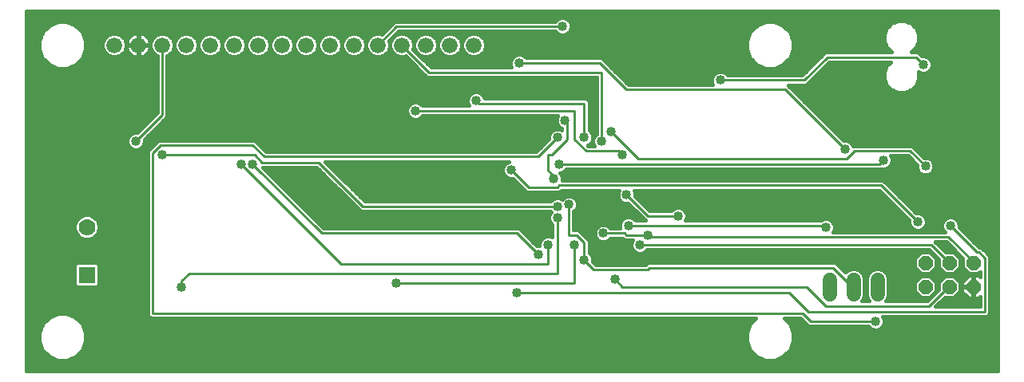
<source format=gbl>
G75*
G70*
%OFA0B0*%
%FSLAX24Y24*%
%IPPOS*%
%LPD*%
%AMOC8*
5,1,8,0,0,1.08239X$1,22.5*
%
%ADD10C,0.0660*%
%ADD11OC8,0.0600*%
%ADD12C,0.0600*%
%ADD13R,0.0700X0.0700*%
%ADD14C,0.0700*%
%ADD15C,0.0400*%
%ADD16C,0.0160*%
%ADD17C,0.0100*%
D10*
X004333Y014284D03*
X005333Y014284D03*
X006333Y014284D03*
X007333Y014284D03*
X008333Y014284D03*
X009333Y014284D03*
X010333Y014284D03*
X011333Y014284D03*
X012333Y014284D03*
X013333Y014284D03*
X014333Y014284D03*
X015333Y014284D03*
X016333Y014284D03*
X017333Y014284D03*
X018333Y014284D03*
X019333Y014284D03*
D11*
X038181Y005181D03*
X039181Y005181D03*
X040181Y005181D03*
X040181Y004181D03*
X039181Y004181D03*
X038181Y004181D03*
D12*
X036181Y004481D02*
X036181Y003881D01*
X035181Y003881D02*
X035181Y004481D01*
X034181Y004481D02*
X034181Y003881D01*
D13*
X003181Y004681D03*
D14*
X003181Y006681D03*
D15*
X007141Y004171D03*
X009431Y001556D03*
X016101Y004341D03*
X021141Y003941D03*
X023941Y005301D03*
X024421Y005301D03*
X023541Y005941D03*
X022421Y005941D03*
X022021Y005541D03*
X024741Y006421D03*
X025781Y006741D03*
X026581Y006341D03*
X026261Y005941D03*
X026501Y005301D03*
X025221Y004501D03*
X022821Y007061D03*
X022821Y007541D03*
X023301Y007621D03*
X024341Y007461D03*
X025711Y008021D03*
X027861Y007141D03*
X022671Y008706D03*
X022901Y009301D03*
X020901Y009061D03*
X020681Y008021D03*
X025541Y009701D03*
X024661Y010261D03*
X023941Y010421D03*
X025061Y010661D03*
X023141Y011141D03*
X022821Y010421D03*
X019436Y011966D03*
X021306Y012681D03*
X021221Y013541D03*
X023861Y012741D03*
X029621Y012821D03*
X023041Y015071D03*
X016901Y011541D03*
X012101Y010021D03*
X010101Y009301D03*
X009621Y009301D03*
X012101Y008981D03*
X014556Y008306D03*
X013931Y007681D03*
X013061Y006821D03*
X006341Y009701D03*
X005221Y010261D03*
X034021Y006661D03*
X037861Y006901D03*
X039221Y006741D03*
X038181Y009221D03*
X036421Y009461D03*
X034821Y009941D03*
X038101Y013461D03*
X036101Y002741D03*
D16*
X000661Y000661D02*
X000661Y015701D01*
X041201Y015701D01*
X041201Y000661D01*
X000661Y000661D01*
X000661Y000816D02*
X041201Y000816D01*
X041201Y000974D02*
X000661Y000974D01*
X000661Y001133D02*
X001912Y001133D01*
X001974Y001107D02*
X002361Y001107D01*
X002718Y001255D01*
X002992Y001528D01*
X003140Y001886D01*
X003140Y002272D01*
X002992Y002630D01*
X002718Y002903D01*
X002361Y003051D01*
X001974Y003051D01*
X001617Y002903D01*
X001344Y002630D01*
X001196Y002272D01*
X001196Y001886D01*
X001344Y001528D01*
X001617Y001255D01*
X001974Y001107D01*
X001581Y001291D02*
X000661Y001291D01*
X000661Y001450D02*
X001422Y001450D01*
X001310Y001608D02*
X000661Y001608D01*
X000661Y001767D02*
X001245Y001767D01*
X001196Y001925D02*
X000661Y001925D01*
X000661Y002084D02*
X001196Y002084D01*
X001196Y002242D02*
X000661Y002242D01*
X000661Y002401D02*
X001249Y002401D01*
X001314Y002560D02*
X000661Y002560D01*
X000661Y002718D02*
X001432Y002718D01*
X001590Y002877D02*
X000661Y002877D01*
X000661Y003035D02*
X001936Y003035D01*
X002399Y003035D02*
X005731Y003035D01*
X005731Y002974D02*
X005854Y002851D01*
X031093Y002851D01*
X030871Y002630D01*
X030723Y002272D01*
X030723Y001886D01*
X030871Y001528D01*
X031145Y001255D01*
X031502Y001107D01*
X031889Y001107D01*
X032246Y001255D01*
X032519Y001528D01*
X032667Y001886D01*
X032667Y002272D01*
X032519Y002630D01*
X032298Y002851D01*
X032974Y002851D01*
X033171Y002654D01*
X033294Y002531D01*
X035802Y002531D01*
X035897Y002436D01*
X036030Y002381D01*
X036173Y002381D01*
X036305Y002436D01*
X036407Y002537D01*
X036461Y002670D01*
X036461Y002813D01*
X036412Y002931D01*
X040748Y002931D01*
X040871Y003054D01*
X040871Y003228D01*
X040871Y005468D01*
X040748Y005591D01*
X040508Y005831D01*
X040428Y005831D01*
X039581Y006678D01*
X039581Y006813D01*
X039527Y006945D01*
X039425Y007047D01*
X039293Y007101D01*
X039150Y007101D01*
X039017Y007047D01*
X038916Y006945D01*
X038861Y006813D01*
X038861Y006670D01*
X038916Y006537D01*
X038982Y006471D01*
X034332Y006471D01*
X034381Y006590D01*
X034381Y006733D01*
X034327Y006865D01*
X034225Y006967D01*
X034093Y007021D01*
X033950Y007021D01*
X033817Y006967D01*
X033802Y006951D01*
X028172Y006951D01*
X028221Y007070D01*
X028221Y007213D01*
X028167Y007345D01*
X028065Y007447D01*
X027933Y007501D01*
X027790Y007501D01*
X027657Y007447D01*
X027562Y007351D01*
X026678Y007351D01*
X026071Y007958D01*
X026071Y008093D01*
X026022Y008211D01*
X036254Y008211D01*
X037501Y006964D01*
X037501Y006830D01*
X037556Y006697D01*
X037657Y006596D01*
X037790Y006541D01*
X037933Y006541D01*
X038065Y006596D01*
X038167Y006697D01*
X038221Y006830D01*
X038221Y006973D01*
X038167Y007105D01*
X038065Y007207D01*
X037933Y007261D01*
X037798Y007261D01*
X036551Y008508D01*
X036428Y008631D01*
X023030Y008631D01*
X023031Y008635D01*
X023031Y008778D01*
X022977Y008910D01*
X022945Y008941D01*
X022973Y008941D01*
X023105Y008996D01*
X023201Y009091D01*
X036348Y009091D01*
X036358Y009101D01*
X036493Y009101D01*
X036625Y009156D01*
X036727Y009257D01*
X036781Y009390D01*
X036781Y009533D01*
X036732Y009651D01*
X037454Y009651D01*
X037821Y009284D01*
X037821Y009150D01*
X037876Y009017D01*
X037977Y008916D01*
X038110Y008861D01*
X038253Y008861D01*
X038385Y008916D01*
X038487Y009017D01*
X038541Y009150D01*
X038541Y009293D01*
X038487Y009425D01*
X038385Y009527D01*
X038253Y009581D01*
X038118Y009581D01*
X037751Y009948D01*
X037628Y010071D01*
X035308Y010071D01*
X035157Y010071D01*
X035127Y010145D01*
X035025Y010247D01*
X034893Y010301D01*
X034758Y010301D01*
X032551Y012508D01*
X032551Y012508D01*
X032448Y012611D01*
X033208Y012611D01*
X033331Y012734D01*
X034168Y013571D01*
X036724Y013571D01*
X036574Y013422D01*
X036465Y013159D01*
X036465Y012874D01*
X036574Y012610D01*
X036776Y012409D01*
X037039Y012300D01*
X037324Y012300D01*
X037587Y012409D01*
X037789Y012610D01*
X037898Y012874D01*
X037898Y013156D01*
X038030Y013101D01*
X038173Y013101D01*
X038305Y013156D01*
X038407Y013257D01*
X038461Y013390D01*
X038461Y013533D01*
X038407Y013665D01*
X038305Y013767D01*
X038173Y013821D01*
X038038Y013821D01*
X037991Y013868D01*
X037868Y013991D01*
X037595Y013991D01*
X037789Y014185D01*
X037898Y014448D01*
X037898Y014733D01*
X037789Y014997D01*
X037587Y015198D01*
X037324Y015307D01*
X037039Y015307D01*
X036776Y015198D01*
X036574Y014997D01*
X036465Y014733D01*
X036465Y014448D01*
X036574Y014185D01*
X036768Y013991D01*
X033994Y013991D01*
X033871Y013868D01*
X033034Y013031D01*
X029921Y013031D01*
X029825Y013127D01*
X029693Y013181D01*
X029550Y013181D01*
X029417Y013127D01*
X029316Y013025D01*
X029261Y012893D01*
X029261Y012750D01*
X029311Y012631D01*
X025788Y012631D01*
X024791Y013628D01*
X024668Y013751D01*
X021521Y013751D01*
X021425Y013847D01*
X021293Y013901D01*
X021150Y013901D01*
X021017Y013847D01*
X020916Y013745D01*
X020861Y013613D01*
X020861Y013470D01*
X020911Y013351D01*
X017548Y013351D01*
X016791Y014109D01*
X016823Y014186D01*
X016823Y014381D01*
X016748Y014561D01*
X016611Y014699D01*
X016430Y014774D01*
X016236Y014774D01*
X016055Y014699D01*
X015918Y014561D01*
X015843Y014381D01*
X015843Y014186D01*
X015918Y014006D01*
X016055Y013868D01*
X016236Y013794D01*
X016430Y013794D01*
X016488Y013818D01*
X017374Y012931D01*
X017548Y012931D01*
X024451Y012931D01*
X024451Y010561D01*
X024356Y010465D01*
X024301Y010333D01*
X024301Y010190D01*
X024350Y010071D01*
X024108Y010071D01*
X024087Y010092D01*
X024145Y010116D01*
X024247Y010217D01*
X024301Y010350D01*
X024301Y010493D01*
X024247Y010625D01*
X024151Y010721D01*
X024151Y011754D01*
X024151Y011928D01*
X024028Y012051D01*
X019791Y012051D01*
X019742Y012170D01*
X019640Y012272D01*
X019508Y012326D01*
X019365Y012326D01*
X019232Y012272D01*
X019131Y012170D01*
X019076Y012038D01*
X019076Y011895D01*
X019131Y011762D01*
X019142Y011751D01*
X017201Y011751D01*
X017105Y011847D01*
X016973Y011901D01*
X016830Y011901D01*
X016697Y011847D01*
X016596Y011745D01*
X016541Y011613D01*
X016541Y011470D01*
X016596Y011337D01*
X016697Y011236D01*
X016830Y011181D01*
X016973Y011181D01*
X017105Y011236D01*
X017201Y011331D01*
X022830Y011331D01*
X022781Y011213D01*
X022781Y011070D01*
X022836Y010937D01*
X022937Y010836D01*
X023011Y010806D01*
X023011Y010732D01*
X022893Y010781D01*
X022750Y010781D01*
X022617Y010727D01*
X022516Y010625D01*
X022461Y010493D01*
X022461Y010358D01*
X021934Y009831D01*
X010668Y009831D01*
X010311Y010188D01*
X010188Y010311D01*
X006348Y010311D01*
X006174Y010311D01*
X005854Y009991D01*
X005731Y009868D01*
X005731Y003148D01*
X005731Y002974D01*
X005829Y002877D02*
X002745Y002877D01*
X002903Y002718D02*
X030960Y002718D01*
X030842Y002560D02*
X003021Y002560D01*
X003086Y002401D02*
X030776Y002401D01*
X030723Y002242D02*
X003140Y002242D01*
X003140Y002084D02*
X030723Y002084D01*
X030723Y001925D02*
X003140Y001925D01*
X003090Y001767D02*
X030772Y001767D01*
X030838Y001608D02*
X003025Y001608D01*
X002913Y001450D02*
X030950Y001450D01*
X031108Y001291D02*
X002755Y001291D01*
X002423Y001133D02*
X031440Y001133D01*
X031951Y001133D02*
X041201Y001133D01*
X041201Y001291D02*
X032282Y001291D01*
X032441Y001450D02*
X041201Y001450D01*
X041201Y001608D02*
X032552Y001608D01*
X032618Y001767D02*
X041201Y001767D01*
X041201Y001925D02*
X032667Y001925D01*
X032667Y002084D02*
X041201Y002084D01*
X041201Y002242D02*
X032667Y002242D01*
X032614Y002401D02*
X035982Y002401D01*
X036220Y002401D02*
X041201Y002401D01*
X041201Y002560D02*
X036416Y002560D01*
X036461Y002718D02*
X041201Y002718D01*
X041201Y002877D02*
X036435Y002877D01*
X036542Y003591D02*
X036571Y003621D01*
X036641Y003790D01*
X036641Y004573D01*
X036571Y004742D01*
X036442Y004871D01*
X036273Y004941D01*
X036090Y004941D01*
X035921Y004871D01*
X035791Y004742D01*
X035721Y004573D01*
X035721Y003790D01*
X035791Y003621D01*
X035821Y003591D01*
X035542Y003591D01*
X035571Y003621D01*
X035641Y003790D01*
X035641Y004573D01*
X035571Y004742D01*
X035442Y004871D01*
X035273Y004941D01*
X035090Y004941D01*
X034921Y004871D01*
X034835Y004785D01*
X034428Y005191D01*
X034254Y005191D01*
X026748Y005191D01*
X026574Y005191D01*
X026494Y005111D01*
X024428Y005111D01*
X024301Y005238D01*
X024301Y005373D01*
X024247Y005505D01*
X024151Y005600D01*
X024151Y006108D01*
X024028Y006231D01*
X023708Y006551D01*
X023534Y006551D01*
X023511Y006551D01*
X023511Y007322D01*
X023607Y007417D01*
X023661Y007550D01*
X023661Y007693D01*
X023607Y007825D01*
X023505Y007927D01*
X023373Y007981D01*
X023230Y007981D01*
X023097Y007927D01*
X023020Y007849D01*
X022893Y007901D01*
X022750Y007901D01*
X022617Y007847D01*
X022522Y007751D01*
X014793Y007751D01*
X013133Y009411D01*
X020806Y009411D01*
X020697Y009367D01*
X020596Y009265D01*
X020541Y009133D01*
X020541Y008990D01*
X020596Y008857D01*
X020697Y008756D01*
X020830Y008701D01*
X020964Y008701D01*
X021534Y008131D01*
X021708Y008131D01*
X022908Y008131D01*
X022988Y008211D01*
X025400Y008211D01*
X025351Y008093D01*
X025351Y007950D01*
X023449Y007950D01*
X023621Y007791D02*
X025432Y007791D01*
X025406Y007817D02*
X025507Y007716D01*
X025640Y007661D01*
X025774Y007661D01*
X026381Y007054D01*
X026484Y006951D01*
X026081Y006951D01*
X025985Y007047D01*
X025853Y007101D01*
X025710Y007101D01*
X025577Y007047D01*
X025476Y006945D01*
X025421Y006813D01*
X025421Y006670D01*
X025437Y006631D01*
X025041Y006631D01*
X024945Y006727D01*
X024813Y006781D01*
X024670Y006781D01*
X024537Y006727D01*
X024436Y006625D01*
X024381Y006493D01*
X024381Y006350D01*
X024436Y006217D01*
X024537Y006116D01*
X024670Y006061D01*
X024813Y006061D01*
X024945Y006116D01*
X025041Y006211D01*
X025534Y006211D01*
X025614Y006131D01*
X025951Y006131D01*
X025901Y006013D01*
X025901Y005870D01*
X025956Y005737D01*
X026057Y005636D01*
X026190Y005581D01*
X026333Y005581D01*
X026465Y005636D01*
X026561Y005731D01*
X038334Y005731D01*
X038721Y005344D01*
X038721Y004991D01*
X038991Y004721D01*
X039372Y004721D01*
X039641Y004991D01*
X039641Y005372D01*
X039372Y005641D01*
X039018Y005641D01*
X038608Y006051D01*
X039054Y006051D01*
X039728Y005378D01*
X039721Y005372D01*
X039721Y004991D01*
X039991Y004721D01*
X040372Y004721D01*
X040451Y004801D01*
X040451Y004590D01*
X040380Y004661D01*
X040201Y004661D01*
X040201Y004202D01*
X040161Y004202D01*
X040161Y004661D01*
X039983Y004661D01*
X039701Y004380D01*
X039701Y004201D01*
X040161Y004201D01*
X040161Y004161D01*
X040201Y004161D01*
X040201Y003701D01*
X040380Y003701D01*
X040451Y003773D01*
X040451Y003351D01*
X038608Y003351D01*
X038985Y003728D01*
X038991Y003721D01*
X039372Y003721D01*
X039641Y003991D01*
X039641Y004372D01*
X039372Y004641D01*
X038991Y004641D01*
X038721Y004372D01*
X038721Y004058D01*
X038254Y003591D01*
X036542Y003591D01*
X036591Y003669D02*
X038332Y003669D01*
X038372Y003721D02*
X038641Y003991D01*
X038641Y004372D01*
X038372Y004641D01*
X037991Y004641D01*
X037721Y004372D01*
X037721Y003991D01*
X037991Y003721D01*
X038372Y003721D01*
X038478Y003828D02*
X038491Y003828D01*
X038637Y003986D02*
X038650Y003986D01*
X038641Y004145D02*
X038721Y004145D01*
X038721Y004304D02*
X038641Y004304D01*
X038551Y004462D02*
X038812Y004462D01*
X038970Y004621D02*
X038393Y004621D01*
X038372Y004721D02*
X038641Y004991D01*
X038641Y005372D01*
X038372Y005641D01*
X037991Y005641D01*
X037721Y005372D01*
X037721Y004991D01*
X037991Y004721D01*
X038372Y004721D01*
X038430Y004779D02*
X038933Y004779D01*
X038775Y004938D02*
X038588Y004938D01*
X038641Y005096D02*
X038721Y005096D01*
X038721Y005255D02*
X038641Y005255D01*
X038652Y005413D02*
X038600Y005413D01*
X038494Y005572D02*
X038441Y005572D01*
X038335Y005730D02*
X026560Y005730D01*
X025963Y005730D02*
X024151Y005730D01*
X024151Y005889D02*
X025901Y005889D01*
X025916Y006048D02*
X024151Y006048D01*
X024054Y006206D02*
X024448Y006206D01*
X024381Y006365D02*
X023895Y006365D01*
X023737Y006523D02*
X024394Y006523D01*
X024493Y006682D02*
X023511Y006682D01*
X023511Y006840D02*
X025433Y006840D01*
X025421Y006682D02*
X024990Y006682D01*
X025530Y006999D02*
X023511Y006999D01*
X023511Y007157D02*
X026279Y007157D01*
X026437Y006999D02*
X026033Y006999D01*
X026120Y007316D02*
X023511Y007316D01*
X023630Y007474D02*
X025961Y007474D01*
X025803Y007633D02*
X023661Y007633D01*
X023154Y007950D02*
X014595Y007950D01*
X014753Y007791D02*
X022562Y007791D01*
X022522Y007331D02*
X022552Y007301D01*
X022516Y007265D01*
X022461Y007133D01*
X022461Y006990D01*
X022516Y006857D01*
X022611Y006762D01*
X022611Y006252D01*
X022493Y006301D01*
X022350Y006301D01*
X022217Y006247D01*
X022116Y006145D01*
X022061Y006013D01*
X022061Y005901D01*
X021958Y005901D01*
X021351Y006508D01*
X021228Y006631D01*
X013068Y006631D01*
X010528Y009171D01*
X010588Y009171D01*
X012779Y009171D01*
X014619Y007331D01*
X014793Y007331D01*
X022522Y007331D01*
X022538Y007316D02*
X012384Y007316D01*
X012542Y007157D02*
X022471Y007157D01*
X022461Y006999D02*
X012701Y006999D01*
X012860Y006840D02*
X022533Y006840D01*
X022611Y006682D02*
X013018Y006682D01*
X012225Y007474D02*
X014476Y007474D01*
X014318Y007633D02*
X012067Y007633D01*
X011908Y007791D02*
X014159Y007791D01*
X014001Y007950D02*
X011750Y007950D01*
X011591Y008109D02*
X013842Y008109D01*
X013684Y008267D02*
X011433Y008267D01*
X011274Y008426D02*
X013525Y008426D01*
X013367Y008584D02*
X011116Y008584D01*
X010957Y008743D02*
X013208Y008743D01*
X013050Y008901D02*
X010798Y008901D01*
X010640Y009060D02*
X012891Y009060D01*
X013326Y009218D02*
X020577Y009218D01*
X020541Y009060D02*
X013485Y009060D01*
X013643Y008901D02*
X020578Y008901D01*
X020730Y008743D02*
X013802Y008743D01*
X013961Y008584D02*
X021082Y008584D01*
X021240Y008426D02*
X014119Y008426D01*
X014278Y008267D02*
X021399Y008267D01*
X023031Y008743D02*
X041201Y008743D01*
X041201Y008901D02*
X038349Y008901D01*
X038504Y009060D02*
X041201Y009060D01*
X041201Y009218D02*
X038541Y009218D01*
X038507Y009377D02*
X041201Y009377D01*
X041201Y009535D02*
X038364Y009535D01*
X038006Y009694D02*
X041201Y009694D01*
X041201Y009853D02*
X037847Y009853D01*
X037689Y010011D02*
X041201Y010011D01*
X041201Y010170D02*
X035102Y010170D01*
X034732Y010328D02*
X041201Y010328D01*
X041201Y010487D02*
X034573Y010487D01*
X034414Y010645D02*
X041201Y010645D01*
X041201Y010804D02*
X034256Y010804D01*
X034097Y010962D02*
X041201Y010962D01*
X041201Y011121D02*
X033939Y011121D01*
X033780Y011279D02*
X041201Y011279D01*
X041201Y011438D02*
X033622Y011438D01*
X033463Y011597D02*
X041201Y011597D01*
X041201Y011755D02*
X033305Y011755D01*
X033146Y011914D02*
X041201Y011914D01*
X041201Y012072D02*
X032988Y012072D01*
X032829Y012231D02*
X041201Y012231D01*
X041201Y012389D02*
X037540Y012389D01*
X037726Y012548D02*
X041201Y012548D01*
X041201Y012706D02*
X037828Y012706D01*
X037894Y012865D02*
X041201Y012865D01*
X041201Y013023D02*
X037898Y013023D01*
X038331Y013182D02*
X041201Y013182D01*
X041201Y013341D02*
X038441Y013341D01*
X038461Y013499D02*
X041201Y013499D01*
X041201Y013658D02*
X038410Y013658D01*
X038186Y013816D02*
X041201Y013816D01*
X041201Y013975D02*
X037885Y013975D01*
X037737Y014133D02*
X041201Y014133D01*
X041201Y014292D02*
X037833Y014292D01*
X037898Y014450D02*
X041201Y014450D01*
X041201Y014609D02*
X037898Y014609D01*
X037884Y014767D02*
X041201Y014767D01*
X041201Y014926D02*
X037818Y014926D01*
X037701Y015084D02*
X041201Y015084D01*
X041201Y015243D02*
X037478Y015243D01*
X036884Y015243D02*
X031920Y015243D01*
X031889Y015256D02*
X031502Y015256D01*
X031145Y015108D01*
X030871Y014834D01*
X030723Y014477D01*
X030723Y014090D01*
X030871Y013733D01*
X031145Y013460D01*
X031502Y013312D01*
X031889Y013312D01*
X032246Y013460D01*
X032519Y013733D01*
X032667Y014090D01*
X032667Y014477D01*
X032519Y014834D01*
X032246Y015108D01*
X031889Y015256D01*
X032269Y015084D02*
X036662Y015084D01*
X036545Y014926D02*
X032428Y014926D01*
X032547Y014767D02*
X036479Y014767D01*
X036465Y014609D02*
X032613Y014609D01*
X032667Y014450D02*
X036465Y014450D01*
X036530Y014292D02*
X032667Y014292D01*
X032667Y014133D02*
X036626Y014133D01*
X036652Y013499D02*
X034096Y013499D01*
X033937Y013341D02*
X036541Y013341D01*
X036475Y013182D02*
X033779Y013182D01*
X033620Y013023D02*
X036465Y013023D01*
X036469Y012865D02*
X033462Y012865D01*
X033331Y012734D02*
X033331Y012734D01*
X033303Y012706D02*
X036534Y012706D01*
X036637Y012548D02*
X032512Y012548D01*
X032670Y012389D02*
X036823Y012389D01*
X033502Y013499D02*
X032285Y013499D01*
X032444Y013658D02*
X033661Y013658D01*
X033819Y013816D02*
X032554Y013816D01*
X032619Y013975D02*
X033978Y013975D01*
X033871Y013868D02*
X033871Y013868D01*
X033344Y013341D02*
X031958Y013341D01*
X031432Y013341D02*
X025079Y013341D01*
X024921Y013499D02*
X031105Y013499D01*
X030947Y013658D02*
X024762Y013658D01*
X025238Y013182D02*
X033185Y013182D01*
X030837Y013816D02*
X021456Y013816D01*
X020987Y013816D02*
X019484Y013816D01*
X019430Y013794D02*
X019611Y013868D01*
X019748Y014006D01*
X019823Y014186D01*
X019823Y014381D01*
X019748Y014561D01*
X019611Y014699D01*
X019430Y014774D01*
X019236Y014774D01*
X019055Y014699D01*
X018918Y014561D01*
X018843Y014381D01*
X018843Y014186D01*
X018918Y014006D01*
X019055Y013868D01*
X019236Y013794D01*
X019430Y013794D01*
X019181Y013816D02*
X018484Y013816D01*
X018430Y013794D02*
X018611Y013868D01*
X018748Y014006D01*
X018823Y014186D01*
X018823Y014381D01*
X018748Y014561D01*
X018611Y014699D01*
X018430Y014774D01*
X018236Y014774D01*
X018055Y014699D01*
X017918Y014561D01*
X017843Y014381D01*
X017843Y014186D01*
X017918Y014006D01*
X018055Y013868D01*
X018236Y013794D01*
X018430Y013794D01*
X018181Y013816D02*
X017484Y013816D01*
X017430Y013794D02*
X017611Y013868D01*
X017748Y014006D01*
X017823Y014186D01*
X017823Y014381D01*
X017748Y014561D01*
X017611Y014699D01*
X017430Y014774D01*
X017236Y014774D01*
X017055Y014699D01*
X016918Y014561D01*
X016843Y014381D01*
X016843Y014186D01*
X016918Y014006D01*
X017055Y013868D01*
X017236Y013794D01*
X017430Y013794D01*
X017242Y013658D02*
X020880Y013658D01*
X020861Y013499D02*
X017401Y013499D01*
X016965Y013341D02*
X006543Y013341D01*
X006543Y013499D02*
X016807Y013499D01*
X016648Y013658D02*
X006543Y013658D01*
X006543Y013816D02*
X007181Y013816D01*
X007236Y013794D02*
X007430Y013794D01*
X007611Y013868D01*
X007748Y014006D01*
X007823Y014186D01*
X007823Y014381D01*
X007748Y014561D01*
X007611Y014699D01*
X007430Y014774D01*
X007236Y014774D01*
X007055Y014699D01*
X006918Y014561D01*
X006843Y014381D01*
X006843Y014186D01*
X006918Y014006D01*
X007055Y013868D01*
X007236Y013794D01*
X007484Y013816D02*
X008181Y013816D01*
X008236Y013794D02*
X008430Y013794D01*
X008611Y013868D01*
X008748Y014006D01*
X008823Y014186D01*
X008823Y014381D01*
X008748Y014561D01*
X008611Y014699D01*
X008430Y014774D01*
X008236Y014774D01*
X008055Y014699D01*
X007918Y014561D01*
X007843Y014381D01*
X007843Y014186D01*
X007918Y014006D01*
X008055Y013868D01*
X008236Y013794D01*
X008484Y013816D02*
X009181Y013816D01*
X009236Y013794D02*
X009055Y013868D01*
X008918Y014006D01*
X008843Y014186D01*
X008843Y014381D01*
X008918Y014561D01*
X009055Y014699D01*
X009236Y014774D01*
X009430Y014774D01*
X009611Y014699D01*
X009748Y014561D01*
X009823Y014381D01*
X009823Y014186D01*
X009748Y014006D01*
X009611Y013868D01*
X009430Y013794D01*
X009236Y013794D01*
X009484Y013816D02*
X010181Y013816D01*
X010236Y013794D02*
X010430Y013794D01*
X010611Y013868D01*
X010748Y014006D01*
X010823Y014186D01*
X010823Y014381D01*
X010748Y014561D01*
X010611Y014699D01*
X010430Y014774D01*
X010236Y014774D01*
X010055Y014699D01*
X009918Y014561D01*
X009843Y014381D01*
X009843Y014186D01*
X009918Y014006D01*
X010055Y013868D01*
X010236Y013794D01*
X010484Y013816D02*
X011181Y013816D01*
X011236Y013794D02*
X011430Y013794D01*
X011611Y013868D01*
X011748Y014006D01*
X011823Y014186D01*
X011823Y014381D01*
X011748Y014561D01*
X011611Y014699D01*
X011430Y014774D01*
X011236Y014774D01*
X011055Y014699D01*
X010918Y014561D01*
X010843Y014381D01*
X010843Y014186D01*
X010918Y014006D01*
X011055Y013868D01*
X011236Y013794D01*
X011484Y013816D02*
X012181Y013816D01*
X012236Y013794D02*
X012430Y013794D01*
X012611Y013868D01*
X012748Y014006D01*
X012823Y014186D01*
X012823Y014381D01*
X012748Y014561D01*
X012611Y014699D01*
X012430Y014774D01*
X012236Y014774D01*
X012055Y014699D01*
X011918Y014561D01*
X011843Y014381D01*
X011843Y014186D01*
X011918Y014006D01*
X012055Y013868D01*
X012236Y013794D01*
X012484Y013816D02*
X013181Y013816D01*
X013236Y013794D02*
X013430Y013794D01*
X013611Y013868D01*
X013748Y014006D01*
X013823Y014186D01*
X013823Y014381D01*
X013748Y014561D01*
X013611Y014699D01*
X013430Y014774D01*
X013236Y014774D01*
X013055Y014699D01*
X012918Y014561D01*
X012843Y014381D01*
X012843Y014186D01*
X012918Y014006D01*
X013055Y013868D01*
X013236Y013794D01*
X013484Y013816D02*
X014181Y013816D01*
X014236Y013794D02*
X014055Y013868D01*
X013918Y014006D01*
X013843Y014186D01*
X013843Y014381D01*
X013918Y014561D01*
X014055Y014699D01*
X014236Y014774D01*
X014430Y014774D01*
X014611Y014699D01*
X014748Y014561D01*
X014823Y014381D01*
X014823Y014186D01*
X014748Y014006D01*
X014611Y013868D01*
X014430Y013794D01*
X014236Y013794D01*
X014484Y013816D02*
X015181Y013816D01*
X015236Y013794D02*
X015430Y013794D01*
X015611Y013868D01*
X015748Y014006D01*
X015823Y014186D01*
X015823Y014381D01*
X015792Y014455D01*
X016198Y014861D01*
X022742Y014861D01*
X022837Y014766D01*
X022970Y014711D01*
X023113Y014711D01*
X023245Y014766D01*
X023347Y014867D01*
X023401Y015000D01*
X023401Y015143D01*
X023347Y015275D01*
X023245Y015377D01*
X023113Y015431D01*
X022970Y015431D01*
X022837Y015377D01*
X022742Y015281D01*
X016198Y015281D01*
X016024Y015281D01*
X015491Y014748D01*
X015430Y014774D01*
X015236Y014774D01*
X015055Y014699D01*
X014918Y014561D01*
X014843Y014381D01*
X014843Y014186D01*
X014918Y014006D01*
X015055Y013868D01*
X015236Y013794D01*
X015484Y013816D02*
X016181Y013816D01*
X015949Y013975D02*
X015717Y013975D01*
X015801Y014133D02*
X015865Y014133D01*
X015843Y014292D02*
X015823Y014292D01*
X015794Y014450D02*
X015872Y014450D01*
X015946Y014609D02*
X015965Y014609D01*
X016104Y014767D02*
X016220Y014767D01*
X016446Y014767D02*
X017220Y014767D01*
X017446Y014767D02*
X018220Y014767D01*
X018446Y014767D02*
X019220Y014767D01*
X019446Y014767D02*
X022836Y014767D01*
X023246Y014767D02*
X030843Y014767D01*
X030778Y014609D02*
X019701Y014609D01*
X019794Y014450D02*
X030723Y014450D01*
X030723Y014292D02*
X019823Y014292D01*
X019801Y014133D02*
X030723Y014133D01*
X030771Y013975D02*
X019717Y013975D01*
X018949Y013975D02*
X018717Y013975D01*
X018801Y014133D02*
X018865Y014133D01*
X018843Y014292D02*
X018823Y014292D01*
X018794Y014450D02*
X018872Y014450D01*
X018965Y014609D02*
X018701Y014609D01*
X017965Y014609D02*
X017701Y014609D01*
X017794Y014450D02*
X017872Y014450D01*
X017843Y014292D02*
X017823Y014292D01*
X017801Y014133D02*
X017865Y014133D01*
X017949Y013975D02*
X017717Y013975D01*
X017181Y013816D02*
X017084Y013816D01*
X016949Y013975D02*
X016925Y013975D01*
X016865Y014133D02*
X016801Y014133D01*
X016823Y014292D02*
X016843Y014292D01*
X016872Y014450D02*
X016794Y014450D01*
X016701Y014609D02*
X016965Y014609D01*
X015828Y015084D02*
X002742Y015084D01*
X002718Y015108D02*
X002361Y015256D01*
X001974Y015256D01*
X001617Y015108D01*
X001344Y014834D01*
X001196Y014477D01*
X001196Y014090D01*
X001344Y013733D01*
X001617Y013460D01*
X001974Y013312D01*
X002361Y013312D01*
X002718Y013460D01*
X002992Y013733D01*
X003140Y014090D01*
X003140Y014477D01*
X002992Y014834D01*
X002718Y015108D01*
X002900Y014926D02*
X015669Y014926D01*
X015510Y014767D02*
X015446Y014767D01*
X015220Y014767D02*
X014446Y014767D01*
X014220Y014767D02*
X013446Y014767D01*
X013220Y014767D02*
X012446Y014767D01*
X012220Y014767D02*
X011446Y014767D01*
X011220Y014767D02*
X010446Y014767D01*
X010220Y014767D02*
X009446Y014767D01*
X009220Y014767D02*
X008446Y014767D01*
X008220Y014767D02*
X007446Y014767D01*
X007220Y014767D02*
X006446Y014767D01*
X006430Y014774D02*
X006236Y014774D01*
X006055Y014699D01*
X005918Y014561D01*
X005843Y014381D01*
X005843Y014186D01*
X005918Y014006D01*
X006055Y013868D01*
X006123Y013840D01*
X006123Y011460D01*
X005284Y010621D01*
X005150Y010621D01*
X005017Y010567D01*
X004916Y010465D01*
X004861Y010333D01*
X004861Y010190D01*
X004916Y010057D01*
X005017Y009956D01*
X005150Y009901D01*
X005293Y009901D01*
X005425Y009956D01*
X005527Y010057D01*
X005581Y010190D01*
X005581Y010324D01*
X006420Y011163D01*
X006543Y011286D01*
X006543Y013840D01*
X006611Y013868D01*
X006748Y014006D01*
X006823Y014186D01*
X006823Y014381D01*
X006748Y014561D01*
X006611Y014699D01*
X006430Y014774D01*
X006220Y014767D02*
X005495Y014767D01*
X005529Y014756D02*
X005452Y014781D01*
X005373Y014794D01*
X005351Y014794D01*
X005351Y014302D01*
X005314Y014302D01*
X005314Y014265D01*
X004823Y014265D01*
X004823Y014244D01*
X004836Y014164D01*
X004860Y014088D01*
X004897Y014016D01*
X004944Y013952D01*
X005001Y013895D01*
X005066Y013848D01*
X005137Y013811D01*
X005214Y013786D01*
X005293Y013774D01*
X005314Y013774D01*
X005314Y014265D01*
X005351Y014265D01*
X005351Y013774D01*
X005373Y013774D01*
X005452Y013786D01*
X005529Y013811D01*
X005600Y013848D01*
X005665Y013895D01*
X005722Y013952D01*
X005769Y014016D01*
X005806Y014088D01*
X005830Y014164D01*
X005843Y014244D01*
X005843Y014265D01*
X005352Y014265D01*
X005352Y014302D01*
X005843Y014302D01*
X005843Y014324D01*
X005830Y014403D01*
X005806Y014480D01*
X005769Y014551D01*
X005722Y014616D01*
X005665Y014673D01*
X005600Y014720D01*
X005529Y014756D01*
X005351Y014767D02*
X005314Y014767D01*
X005314Y014794D02*
X005293Y014794D01*
X005214Y014781D01*
X005137Y014756D01*
X005066Y014720D01*
X005001Y014673D01*
X004944Y014616D01*
X004897Y014551D01*
X004860Y014480D01*
X004836Y014403D01*
X004823Y014324D01*
X004823Y014302D01*
X005314Y014302D01*
X005314Y014794D01*
X005171Y014767D02*
X004446Y014767D01*
X004430Y014774D02*
X004236Y014774D01*
X004055Y014699D01*
X003918Y014561D01*
X003843Y014381D01*
X003843Y014186D01*
X003918Y014006D01*
X004055Y013868D01*
X004236Y013794D01*
X004430Y013794D01*
X004611Y013868D01*
X004748Y014006D01*
X004823Y014186D01*
X004823Y014381D01*
X004748Y014561D01*
X004611Y014699D01*
X004430Y014774D01*
X004220Y014767D02*
X003019Y014767D01*
X003085Y014609D02*
X003965Y014609D01*
X003872Y014450D02*
X003140Y014450D01*
X003140Y014292D02*
X003843Y014292D01*
X003865Y014133D02*
X003140Y014133D01*
X003092Y013975D02*
X003949Y013975D01*
X004181Y013816D02*
X003026Y013816D01*
X002916Y013658D02*
X006123Y013658D01*
X006123Y013816D02*
X005539Y013816D01*
X005351Y013816D02*
X005314Y013816D01*
X005314Y013975D02*
X005351Y013975D01*
X005351Y014133D02*
X005314Y014133D01*
X005314Y014292D02*
X004823Y014292D01*
X004801Y014133D02*
X004846Y014133D01*
X004927Y013975D02*
X004717Y013975D01*
X004484Y013816D02*
X005127Y013816D01*
X005739Y013975D02*
X005949Y013975D01*
X005865Y014133D02*
X005820Y014133D01*
X005843Y014292D02*
X005352Y014292D01*
X005351Y014450D02*
X005314Y014450D01*
X005314Y014609D02*
X005351Y014609D01*
X005727Y014609D02*
X005965Y014609D01*
X005872Y014450D02*
X005815Y014450D01*
X004939Y014609D02*
X004701Y014609D01*
X004794Y014450D02*
X004851Y014450D01*
X006701Y014609D02*
X006965Y014609D01*
X006872Y014450D02*
X006794Y014450D01*
X006823Y014292D02*
X006843Y014292D01*
X006865Y014133D02*
X006801Y014133D01*
X006717Y013975D02*
X006949Y013975D01*
X007717Y013975D02*
X007949Y013975D01*
X007865Y014133D02*
X007801Y014133D01*
X007823Y014292D02*
X007843Y014292D01*
X007872Y014450D02*
X007794Y014450D01*
X007701Y014609D02*
X007965Y014609D01*
X008701Y014609D02*
X008965Y014609D01*
X008872Y014450D02*
X008794Y014450D01*
X008823Y014292D02*
X008843Y014292D01*
X008865Y014133D02*
X008801Y014133D01*
X008717Y013975D02*
X008949Y013975D01*
X009717Y013975D02*
X009949Y013975D01*
X009865Y014133D02*
X009801Y014133D01*
X009823Y014292D02*
X009843Y014292D01*
X009872Y014450D02*
X009794Y014450D01*
X009701Y014609D02*
X009965Y014609D01*
X010701Y014609D02*
X010965Y014609D01*
X010872Y014450D02*
X010794Y014450D01*
X010823Y014292D02*
X010843Y014292D01*
X010865Y014133D02*
X010801Y014133D01*
X010717Y013975D02*
X010949Y013975D01*
X011717Y013975D02*
X011949Y013975D01*
X011865Y014133D02*
X011801Y014133D01*
X011823Y014292D02*
X011843Y014292D01*
X011872Y014450D02*
X011794Y014450D01*
X011701Y014609D02*
X011965Y014609D01*
X012701Y014609D02*
X012965Y014609D01*
X012872Y014450D02*
X012794Y014450D01*
X012823Y014292D02*
X012843Y014292D01*
X012865Y014133D02*
X012801Y014133D01*
X012717Y013975D02*
X012949Y013975D01*
X013717Y013975D02*
X013949Y013975D01*
X013865Y014133D02*
X013801Y014133D01*
X013823Y014292D02*
X013843Y014292D01*
X013872Y014450D02*
X013794Y014450D01*
X013701Y014609D02*
X013965Y014609D01*
X014701Y014609D02*
X014965Y014609D01*
X014872Y014450D02*
X014794Y014450D01*
X014823Y014292D02*
X014843Y014292D01*
X014865Y014133D02*
X014801Y014133D01*
X014717Y013975D02*
X014949Y013975D01*
X016484Y013816D02*
X016490Y013816D01*
X017124Y013182D02*
X006543Y013182D01*
X006543Y013023D02*
X017282Y013023D01*
X019192Y012231D02*
X006543Y012231D01*
X006543Y012389D02*
X024451Y012389D01*
X024451Y012231D02*
X019681Y012231D01*
X019782Y012072D02*
X024451Y012072D01*
X024451Y011914D02*
X024151Y011914D01*
X024151Y011755D02*
X024451Y011755D01*
X024451Y011597D02*
X024151Y011597D01*
X024151Y011438D02*
X024451Y011438D01*
X024451Y011279D02*
X024151Y011279D01*
X024151Y011121D02*
X024451Y011121D01*
X024451Y010962D02*
X024151Y010962D01*
X024151Y010804D02*
X024451Y010804D01*
X024451Y010645D02*
X024227Y010645D01*
X024301Y010487D02*
X024378Y010487D01*
X024301Y010328D02*
X024292Y010328D01*
X024310Y010170D02*
X024199Y010170D01*
X023011Y010804D02*
X006061Y010804D01*
X006219Y010962D02*
X022826Y010962D01*
X022781Y011121D02*
X006378Y011121D01*
X006536Y011279D02*
X016654Y011279D01*
X016555Y011438D02*
X006543Y011438D01*
X006543Y011597D02*
X016541Y011597D01*
X016606Y011755D02*
X006543Y011755D01*
X006543Y011914D02*
X019076Y011914D01*
X019091Y012072D02*
X006543Y012072D01*
X006123Y012072D02*
X000661Y012072D01*
X000661Y011914D02*
X006123Y011914D01*
X006123Y011755D02*
X000661Y011755D01*
X000661Y011597D02*
X006123Y011597D01*
X006101Y011438D02*
X000661Y011438D01*
X000661Y011279D02*
X005942Y011279D01*
X005784Y011121D02*
X000661Y011121D01*
X000661Y010962D02*
X005625Y010962D01*
X005467Y010804D02*
X000661Y010804D01*
X000661Y010645D02*
X005308Y010645D01*
X004938Y010487D02*
X000661Y010487D01*
X000661Y010328D02*
X004861Y010328D01*
X004870Y010170D02*
X000661Y010170D01*
X000661Y010011D02*
X004963Y010011D01*
X005480Y010011D02*
X005874Y010011D01*
X005731Y009853D02*
X000661Y009853D01*
X000661Y009694D02*
X005731Y009694D01*
X005731Y009535D02*
X000661Y009535D01*
X000661Y009377D02*
X005731Y009377D01*
X005731Y009218D02*
X000661Y009218D01*
X000661Y009060D02*
X005731Y009060D01*
X005731Y008901D02*
X000661Y008901D01*
X000661Y008743D02*
X005731Y008743D01*
X005731Y008584D02*
X000661Y008584D01*
X000661Y008426D02*
X005731Y008426D01*
X005731Y008267D02*
X000661Y008267D01*
X000661Y008109D02*
X005731Y008109D01*
X005731Y007950D02*
X000661Y007950D01*
X000661Y007791D02*
X005731Y007791D01*
X005731Y007633D02*
X000661Y007633D01*
X000661Y007474D02*
X005731Y007474D01*
X005731Y007316D02*
X000661Y007316D01*
X000661Y007157D02*
X002998Y007157D01*
X003080Y007191D02*
X002893Y007114D01*
X002749Y006970D01*
X002671Y006783D01*
X002671Y006580D01*
X002749Y006393D01*
X002893Y006249D01*
X003080Y006171D01*
X003283Y006171D01*
X003470Y006249D01*
X003614Y006393D01*
X003691Y006580D01*
X003691Y006783D01*
X003614Y006970D01*
X003470Y007114D01*
X003283Y007191D01*
X003080Y007191D01*
X003365Y007157D02*
X005731Y007157D01*
X005731Y006999D02*
X003585Y006999D01*
X003668Y006840D02*
X005731Y006840D01*
X005731Y006682D02*
X003691Y006682D01*
X003668Y006523D02*
X005731Y006523D01*
X005731Y006365D02*
X003586Y006365D01*
X003366Y006206D02*
X005731Y006206D01*
X005731Y006048D02*
X000661Y006048D01*
X000661Y006206D02*
X002996Y006206D01*
X002777Y006365D02*
X000661Y006365D01*
X000661Y006523D02*
X002695Y006523D01*
X002671Y006682D02*
X000661Y006682D01*
X000661Y006840D02*
X002695Y006840D01*
X002778Y006999D02*
X000661Y006999D01*
X000661Y005889D02*
X005731Y005889D01*
X005731Y005730D02*
X000661Y005730D01*
X000661Y005572D02*
X005731Y005572D01*
X005731Y005413D02*
X000661Y005413D01*
X000661Y005255D02*
X005731Y005255D01*
X005731Y005096D02*
X003691Y005096D01*
X003691Y005098D02*
X003598Y005191D01*
X002765Y005191D01*
X002671Y005098D01*
X002671Y004265D01*
X002765Y004171D01*
X003598Y004171D01*
X003691Y004265D01*
X003691Y005098D01*
X003691Y004938D02*
X005731Y004938D01*
X005731Y004779D02*
X003691Y004779D01*
X003691Y004621D02*
X005731Y004621D01*
X005731Y004462D02*
X003691Y004462D01*
X003691Y004304D02*
X005731Y004304D01*
X005731Y004145D02*
X000661Y004145D01*
X000661Y003986D02*
X005731Y003986D01*
X005731Y003828D02*
X000661Y003828D01*
X000661Y003669D02*
X005731Y003669D01*
X005731Y003511D02*
X000661Y003511D01*
X000661Y003352D02*
X005731Y003352D01*
X005731Y003194D02*
X000661Y003194D01*
X000661Y004304D02*
X002671Y004304D01*
X002671Y004462D02*
X000661Y004462D01*
X000661Y004621D02*
X002671Y004621D01*
X002671Y004779D02*
X000661Y004779D01*
X000661Y004938D02*
X002671Y004938D01*
X002671Y005096D02*
X000661Y005096D01*
X010647Y009853D02*
X021956Y009853D01*
X022114Y010011D02*
X010489Y010011D01*
X010330Y010170D02*
X022273Y010170D01*
X022431Y010328D02*
X005585Y010328D01*
X005573Y010170D02*
X006033Y010170D01*
X005744Y010487D02*
X022461Y010487D01*
X022536Y010645D02*
X005902Y010645D01*
X006123Y012231D02*
X000661Y012231D01*
X000661Y012389D02*
X006123Y012389D01*
X006123Y012548D02*
X000661Y012548D01*
X000661Y012706D02*
X006123Y012706D01*
X006123Y012865D02*
X000661Y012865D01*
X000661Y013023D02*
X006123Y013023D01*
X006123Y013182D02*
X000661Y013182D01*
X000661Y013341D02*
X001905Y013341D01*
X001578Y013499D02*
X000661Y013499D01*
X000661Y013658D02*
X001419Y013658D01*
X001309Y013816D02*
X000661Y013816D01*
X000661Y013975D02*
X001243Y013975D01*
X001196Y014133D02*
X000661Y014133D01*
X000661Y014292D02*
X001196Y014292D01*
X001196Y014450D02*
X000661Y014450D01*
X000661Y014609D02*
X001250Y014609D01*
X001316Y014767D02*
X000661Y014767D01*
X000661Y014926D02*
X001435Y014926D01*
X001594Y015084D02*
X000661Y015084D01*
X000661Y015243D02*
X001943Y015243D01*
X002392Y015243D02*
X015986Y015243D01*
X022898Y015402D02*
X000661Y015402D01*
X000661Y015560D02*
X041201Y015560D01*
X041201Y015402D02*
X023185Y015402D01*
X023360Y015243D02*
X031471Y015243D01*
X031121Y015084D02*
X023401Y015084D01*
X023371Y014926D02*
X030963Y014926D01*
X029315Y013023D02*
X025396Y013023D01*
X025555Y012865D02*
X029261Y012865D01*
X029279Y012706D02*
X025713Y012706D01*
X024451Y012706D02*
X006543Y012706D01*
X006543Y012548D02*
X024451Y012548D01*
X024451Y012865D02*
X006543Y012865D01*
X006123Y013341D02*
X002431Y013341D01*
X002758Y013499D02*
X006123Y013499D01*
X013168Y009377D02*
X020723Y009377D01*
X022980Y008901D02*
X038013Y008901D01*
X037859Y009060D02*
X023169Y009060D01*
X025358Y008109D02*
X014436Y008109D01*
X021337Y006523D02*
X022611Y006523D01*
X022611Y006365D02*
X021495Y006365D01*
X021654Y006206D02*
X022177Y006206D01*
X022076Y006048D02*
X021812Y006048D01*
X024180Y005572D02*
X037921Y005572D01*
X037763Y005413D02*
X024285Y005413D01*
X024301Y005255D02*
X037721Y005255D01*
X037721Y005096D02*
X034524Y005096D01*
X034682Y004938D02*
X035081Y004938D01*
X035282Y004938D02*
X036081Y004938D01*
X036282Y004938D02*
X037775Y004938D01*
X037933Y004779D02*
X036534Y004779D01*
X036622Y004621D02*
X037970Y004621D01*
X037812Y004462D02*
X036641Y004462D01*
X036641Y004304D02*
X037721Y004304D01*
X037721Y004145D02*
X036641Y004145D01*
X036641Y003986D02*
X037726Y003986D01*
X037884Y003828D02*
X036641Y003828D01*
X035771Y003669D02*
X035591Y003669D01*
X035641Y003828D02*
X035721Y003828D01*
X035721Y003986D02*
X035641Y003986D01*
X035641Y004145D02*
X035721Y004145D01*
X035721Y004304D02*
X035641Y004304D01*
X035641Y004462D02*
X035721Y004462D01*
X035741Y004621D02*
X035622Y004621D01*
X035534Y004779D02*
X035829Y004779D01*
X038612Y006048D02*
X039058Y006048D01*
X039217Y005889D02*
X038771Y005889D01*
X038929Y005730D02*
X039375Y005730D01*
X039441Y005572D02*
X039534Y005572D01*
X039600Y005413D02*
X039692Y005413D01*
X039721Y005255D02*
X039641Y005255D01*
X039641Y005096D02*
X039721Y005096D01*
X039775Y004938D02*
X039588Y004938D01*
X039430Y004779D02*
X039933Y004779D01*
X039942Y004621D02*
X039393Y004621D01*
X039551Y004462D02*
X039783Y004462D01*
X039701Y004304D02*
X039641Y004304D01*
X039701Y004161D02*
X039701Y003983D01*
X039983Y003701D01*
X040161Y003701D01*
X040161Y004161D01*
X039701Y004161D01*
X039701Y004145D02*
X039641Y004145D01*
X039637Y003986D02*
X039701Y003986D01*
X039856Y003828D02*
X039478Y003828D01*
X040161Y003828D02*
X040201Y003828D01*
X040201Y003986D02*
X040161Y003986D01*
X040161Y004145D02*
X040201Y004145D01*
X040201Y004304D02*
X040161Y004304D01*
X040161Y004462D02*
X040201Y004462D01*
X040201Y004621D02*
X040161Y004621D01*
X040421Y004621D02*
X040451Y004621D01*
X040451Y004779D02*
X040430Y004779D01*
X040871Y004779D02*
X041201Y004779D01*
X041201Y004621D02*
X040871Y004621D01*
X040871Y004462D02*
X041201Y004462D01*
X041201Y004304D02*
X040871Y004304D01*
X040871Y004145D02*
X041201Y004145D01*
X041201Y003986D02*
X040871Y003986D01*
X040871Y003828D02*
X041201Y003828D01*
X041201Y003669D02*
X040871Y003669D01*
X040871Y003511D02*
X041201Y003511D01*
X041201Y003352D02*
X040871Y003352D01*
X040871Y003194D02*
X041201Y003194D01*
X041201Y003035D02*
X040852Y003035D01*
X040451Y003352D02*
X038609Y003352D01*
X038768Y003511D02*
X040451Y003511D01*
X040451Y003669D02*
X038926Y003669D01*
X040871Y004938D02*
X041201Y004938D01*
X041201Y005096D02*
X040871Y005096D01*
X040871Y005255D02*
X041201Y005255D01*
X041201Y005413D02*
X040871Y005413D01*
X040768Y005572D02*
X041201Y005572D01*
X041201Y005730D02*
X040609Y005730D01*
X040371Y005889D02*
X041201Y005889D01*
X041201Y006048D02*
X040212Y006048D01*
X040054Y006206D02*
X041201Y006206D01*
X041201Y006365D02*
X039895Y006365D01*
X039737Y006523D02*
X041201Y006523D01*
X041201Y006682D02*
X039581Y006682D01*
X039570Y006840D02*
X041201Y006840D01*
X041201Y006999D02*
X039473Y006999D01*
X038970Y006999D02*
X038211Y006999D01*
X038221Y006840D02*
X038873Y006840D01*
X038861Y006682D02*
X038151Y006682D01*
X038931Y006523D02*
X034354Y006523D01*
X034381Y006682D02*
X037572Y006682D01*
X037501Y006840D02*
X034337Y006840D01*
X034148Y006999D02*
X037467Y006999D01*
X037309Y007157D02*
X028221Y007157D01*
X028192Y006999D02*
X033895Y006999D01*
X036357Y008109D02*
X026065Y008109D01*
X026080Y007950D02*
X036516Y007950D01*
X036674Y007791D02*
X026238Y007791D01*
X026397Y007633D02*
X036833Y007633D01*
X036991Y007474D02*
X027998Y007474D01*
X028179Y007316D02*
X037150Y007316D01*
X037585Y007474D02*
X041201Y007474D01*
X041201Y007316D02*
X037744Y007316D01*
X038115Y007157D02*
X041201Y007157D01*
X041201Y007633D02*
X037427Y007633D01*
X037268Y007791D02*
X041201Y007791D01*
X041201Y007950D02*
X037110Y007950D01*
X036951Y008109D02*
X041201Y008109D01*
X041201Y008267D02*
X036793Y008267D01*
X036634Y008426D02*
X041201Y008426D01*
X041201Y008584D02*
X036476Y008584D01*
X036687Y009218D02*
X037821Y009218D01*
X037729Y009377D02*
X036776Y009377D01*
X036780Y009535D02*
X037570Y009535D01*
X027725Y007474D02*
X026555Y007474D01*
X025406Y007817D02*
X025351Y007950D01*
X025540Y006206D02*
X025035Y006206D01*
X032431Y002718D02*
X033108Y002718D01*
X033266Y002560D02*
X032548Y002560D01*
X022809Y011279D02*
X017149Y011279D01*
X017197Y011755D02*
X019139Y011755D01*
D17*
X019436Y011966D02*
X019561Y011841D01*
X023941Y011841D01*
X023941Y010421D01*
X023541Y010341D02*
X023541Y011541D01*
X016901Y011541D01*
X017461Y013141D02*
X016341Y014261D01*
X016333Y014284D01*
X016111Y015071D02*
X015381Y014341D01*
X015333Y014284D01*
X016111Y015071D02*
X023041Y015071D01*
X024581Y013541D02*
X021221Y013541D01*
X024581Y013541D02*
X025701Y012421D01*
X032341Y012421D01*
X034821Y009941D01*
X034901Y009541D02*
X035221Y009861D01*
X037541Y009861D01*
X038181Y009221D01*
X036421Y009461D02*
X036261Y009301D01*
X022901Y009301D01*
X022431Y009056D02*
X022431Y009701D01*
X022581Y009701D01*
X023221Y010341D01*
X023221Y011141D01*
X023141Y011141D01*
X025061Y010661D02*
X026181Y009541D01*
X034901Y009541D01*
X036341Y008421D02*
X022901Y008421D01*
X022821Y008341D01*
X021621Y008341D01*
X020901Y009061D01*
X022021Y009621D02*
X010581Y009621D01*
X010101Y010101D01*
X006261Y010101D01*
X005941Y009781D01*
X005941Y003061D01*
X033061Y003061D01*
X033381Y002741D01*
X036101Y002741D01*
X034021Y003381D02*
X038341Y003381D01*
X039141Y004181D01*
X039181Y004181D01*
X039181Y005181D02*
X038421Y005941D01*
X026261Y005941D01*
X026581Y006341D02*
X025701Y006341D01*
X025621Y006421D01*
X024741Y006421D01*
X025781Y006741D02*
X033941Y006741D01*
X034021Y006661D01*
X036341Y008421D02*
X037861Y006901D01*
X039221Y006741D02*
X040341Y005621D01*
X040421Y005621D01*
X040661Y005381D01*
X040661Y003141D01*
X033301Y003141D01*
X032501Y003941D01*
X021141Y003941D01*
X022821Y004741D02*
X007461Y004741D01*
X007141Y004421D01*
X007141Y004171D01*
X010101Y009301D02*
X012981Y006421D01*
X021141Y006421D01*
X022021Y005541D01*
X022421Y005141D02*
X013781Y005141D01*
X009621Y009301D01*
X010181Y009701D02*
X006341Y009701D01*
X005221Y010261D02*
X006333Y011373D01*
X006333Y014284D01*
X017461Y013141D02*
X024661Y013141D01*
X024661Y010261D01*
X024021Y009861D02*
X023541Y010341D01*
X022821Y010421D02*
X022021Y009621D01*
X022431Y009056D02*
X022671Y008816D01*
X022671Y008706D01*
X022821Y007541D02*
X014706Y007541D01*
X012866Y009381D01*
X010501Y009381D01*
X010181Y009701D01*
X022421Y005941D02*
X022421Y005141D01*
X022821Y004741D02*
X022821Y007061D01*
X023301Y007621D02*
X023301Y006341D01*
X023621Y006341D01*
X023941Y006021D01*
X023941Y005301D01*
X024341Y004901D01*
X026581Y004901D01*
X026661Y004981D01*
X034341Y004981D01*
X035141Y004181D01*
X035181Y004181D01*
X034021Y003381D02*
X033221Y004181D01*
X025541Y004181D01*
X025221Y004501D01*
X023541Y004341D02*
X016101Y004341D01*
X023541Y004341D02*
X023541Y005941D01*
X025711Y008021D02*
X026591Y007141D01*
X027861Y007141D01*
X026661Y006261D02*
X026581Y006341D01*
X026661Y006261D02*
X039141Y006261D01*
X040181Y005221D01*
X040181Y005181D01*
X025541Y009701D02*
X025381Y009861D01*
X024021Y009861D01*
X029621Y012821D02*
X033121Y012821D01*
X034081Y013781D01*
X037781Y013781D01*
X038101Y013461D01*
M02*

</source>
